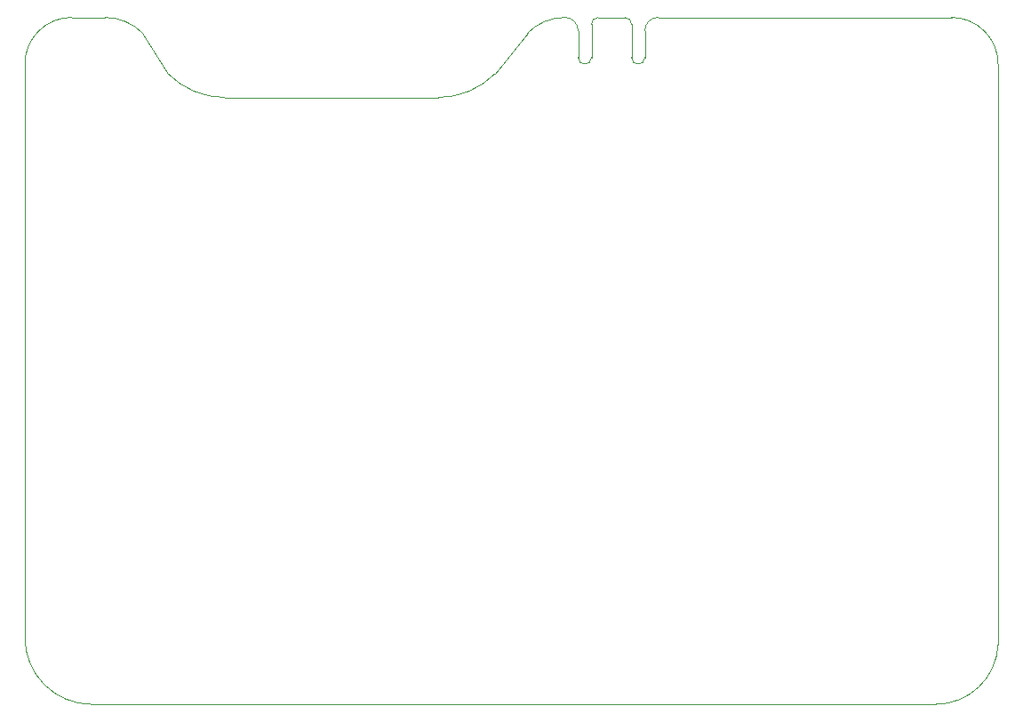
<source format=gm1>
%TF.GenerationSoftware,KiCad,Pcbnew,7.0.1*%
%TF.CreationDate,2023-04-16T19:54:37+01:00*%
%TF.ProjectId,lightweatherV3,6c696768-7477-4656-9174-68657256332e,rev?*%
%TF.SameCoordinates,Original*%
%TF.FileFunction,Profile,NP*%
%FSLAX46Y46*%
G04 Gerber Fmt 4.6, Leading zero omitted, Abs format (unit mm)*
G04 Created by KiCad (PCBNEW 7.0.1) date 2023-04-16 19:54:37*
%MOMM*%
%LPD*%
G01*
G04 APERTURE LIST*
%TA.AperFunction,Profile*%
%ADD10C,0.100000*%
%TD*%
G04 APERTURE END LIST*
D10*
X127308154Y-63808154D02*
X130431930Y-59907898D01*
X170815000Y-58420000D02*
X142875000Y-58420000D01*
X141605000Y-62230000D02*
X141605000Y-59690000D01*
X96211846Y-63808154D02*
G75*
G03*
X101600000Y-66040000I5388154J5388154D01*
G01*
X82550000Y-117429872D02*
X82550000Y-110490000D01*
X102235000Y-66040000D02*
X101600000Y-66040000D01*
X135255000Y-62230000D02*
G75*
G03*
X136525000Y-62230000I635000J0D01*
G01*
X137160000Y-58420000D02*
G75*
G03*
X136525000Y-59055000I0J-635000D01*
G01*
X140335000Y-59055000D02*
X140335000Y-62230000D01*
X86995000Y-58420000D02*
G75*
G03*
X82550000Y-62865000I0J-4445000D01*
G01*
X169313885Y-123824973D02*
G75*
G03*
X175259999Y-118110000I15J5950773D01*
G01*
X140335000Y-62230000D02*
G75*
G03*
X141605000Y-62230000I635000J0D01*
G01*
X96211846Y-63808154D02*
X93762102Y-59907898D01*
X102235000Y-66040000D02*
X121920000Y-66040000D01*
X135255599Y-59690000D02*
G75*
G03*
X134024032Y-58420001I-1270599J0D01*
G01*
X86995000Y-58420000D02*
X90170000Y-58420000D01*
X134024032Y-58420024D02*
G75*
G03*
X130431931Y-59907899I-32J-5079976D01*
G01*
X82550160Y-117429873D02*
G75*
G03*
X88900000Y-123825000I6349840J-45127D01*
G01*
X121920000Y-66040000D02*
G75*
G03*
X127308154Y-63808154I0J7620000D01*
G01*
X137160000Y-58420000D02*
X139700000Y-58420000D01*
X93762102Y-59907898D02*
G75*
G03*
X90170000Y-58420000I-3592102J-3592102D01*
G01*
X136525000Y-59055000D02*
X136525000Y-62230000D01*
X91440000Y-123825000D02*
X169313885Y-123825000D01*
X175260000Y-62865000D02*
G75*
G03*
X170815000Y-58420000I-4445000J0D01*
G01*
X82550000Y-62865000D02*
X82550000Y-110490000D01*
X142875000Y-58420000D02*
G75*
G03*
X141605000Y-59690000I0J-1270000D01*
G01*
X135255000Y-62230000D02*
X135255599Y-59690000D01*
X140335000Y-59055000D02*
G75*
G03*
X139700000Y-58420000I-635000J0D01*
G01*
X175260000Y-118110000D02*
X175260000Y-62865000D01*
X91440000Y-123825000D02*
X88900000Y-123825000D01*
M02*

</source>
